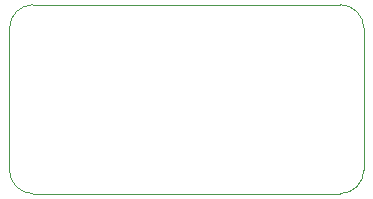
<source format=gbr>
%TF.GenerationSoftware,KiCad,Pcbnew,6.0.6+dfsg-1*%
%TF.CreationDate,2022-07-30T13:20:06-07:00*%
%TF.ProjectId,usb_breakout,7573625f-6272-4656-916b-6f75742e6b69,rev?*%
%TF.SameCoordinates,Original*%
%TF.FileFunction,Profile,NP*%
%FSLAX46Y46*%
G04 Gerber Fmt 4.6, Leading zero omitted, Abs format (unit mm)*
G04 Created by KiCad (PCBNEW 6.0.6+dfsg-1) date 2022-07-30 13:20:06*
%MOMM*%
%LPD*%
G01*
G04 APERTURE LIST*
%TA.AperFunction,Profile*%
%ADD10C,0.100000*%
%TD*%
G04 APERTURE END LIST*
D10*
X125000000Y-90000000D02*
X125000000Y-78000000D01*
X153000000Y-92000000D02*
X127000000Y-92000000D01*
X155000000Y-78000000D02*
X155000000Y-90000000D01*
X127000000Y-76000000D02*
G75*
G03*
X125000000Y-78000000I0J-2000000D01*
G01*
X125000000Y-90000000D02*
G75*
G03*
X127000000Y-92000000I2000000J0D01*
G01*
X153000000Y-92000000D02*
G75*
G03*
X155000000Y-90000000I0J2000000D01*
G01*
X155000000Y-78000000D02*
G75*
G03*
X153000000Y-76000000I-2000000J0D01*
G01*
X153000000Y-76000000D02*
X127000000Y-76000000D01*
M02*

</source>
